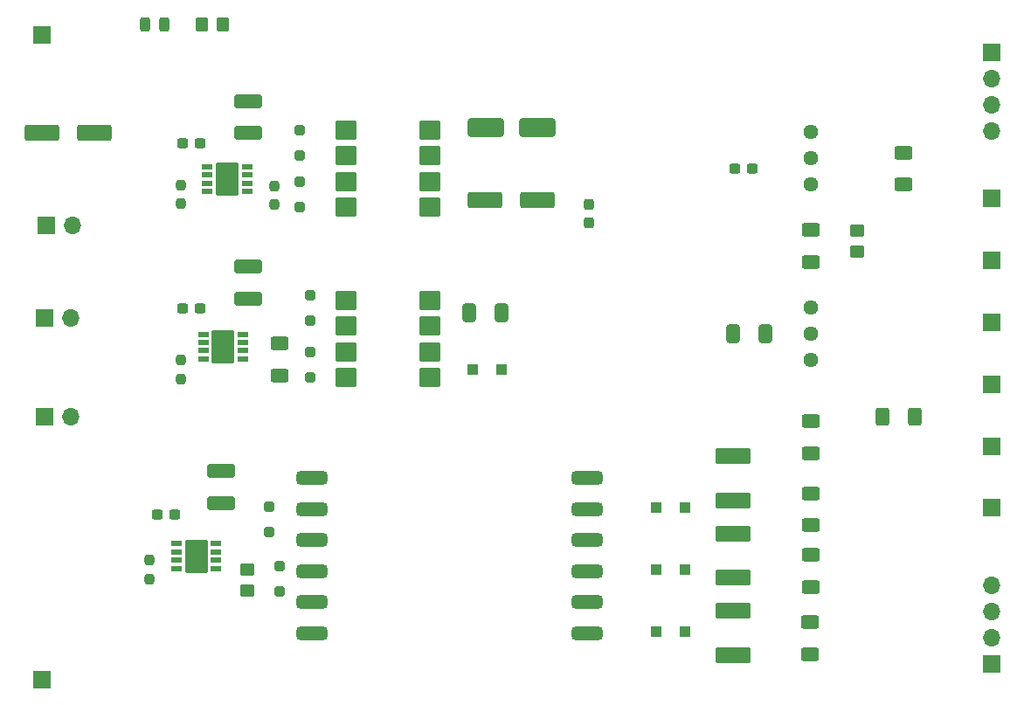
<source format=gbr>
%TF.GenerationSoftware,KiCad,Pcbnew,8.0.8*%
%TF.CreationDate,2025-02-22T00:18:49-08:00*%
%TF.ProjectId,CRT_main_supply,4352545f-6d61-4696-9e5f-737570706c79,rev?*%
%TF.SameCoordinates,Original*%
%TF.FileFunction,Soldermask,Top*%
%TF.FilePolarity,Negative*%
%FSLAX46Y46*%
G04 Gerber Fmt 4.6, Leading zero omitted, Abs format (unit mm)*
G04 Created by KiCad (PCBNEW 8.0.8) date 2025-02-22 00:18:49*
%MOMM*%
%LPD*%
G01*
G04 APERTURE LIST*
G04 Aperture macros list*
%AMRoundRect*
0 Rectangle with rounded corners*
0 $1 Rounding radius*
0 $2 $3 $4 $5 $6 $7 $8 $9 X,Y pos of 4 corners*
0 Add a 4 corners polygon primitive as box body*
4,1,4,$2,$3,$4,$5,$6,$7,$8,$9,$2,$3,0*
0 Add four circle primitives for the rounded corners*
1,1,$1+$1,$2,$3*
1,1,$1+$1,$4,$5*
1,1,$1+$1,$6,$7*
1,1,$1+$1,$8,$9*
0 Add four rect primitives between the rounded corners*
20,1,$1+$1,$2,$3,$4,$5,0*
20,1,$1+$1,$4,$5,$6,$7,0*
20,1,$1+$1,$6,$7,$8,$9,0*
20,1,$1+$1,$8,$9,$2,$3,0*%
G04 Aperture macros list end*
%ADD10RoundRect,0.250000X0.300000X0.300000X-0.300000X0.300000X-0.300000X-0.300000X0.300000X-0.300000X0*%
%ADD11R,1.700000X1.700000*%
%ADD12RoundRect,0.250000X0.625000X-0.400000X0.625000X0.400000X-0.625000X0.400000X-0.625000X-0.400000X0*%
%ADD13RoundRect,0.250000X0.250000X-0.250000X0.250000X0.250000X-0.250000X0.250000X-0.250000X-0.250000X0*%
%ADD14RoundRect,0.250000X-0.250000X0.250000X-0.250000X-0.250000X0.250000X-0.250000X0.250000X0.250000X0*%
%ADD15RoundRect,0.250000X1.412500X0.550000X-1.412500X0.550000X-1.412500X-0.550000X1.412500X-0.550000X0*%
%ADD16RoundRect,0.250000X1.100000X-0.412500X1.100000X0.412500X-1.100000X0.412500X-1.100000X-0.412500X0*%
%ADD17RoundRect,0.250000X-0.625000X0.400000X-0.625000X-0.400000X0.625000X-0.400000X0.625000X0.400000X0*%
%ADD18RoundRect,0.102000X-0.950000X-0.800000X0.950000X-0.800000X0.950000X0.800000X-0.950000X0.800000X0*%
%ADD19RoundRect,0.250000X-0.350000X-0.450000X0.350000X-0.450000X0.350000X0.450000X-0.350000X0.450000X0*%
%ADD20RoundRect,0.250000X1.500000X0.650000X-1.500000X0.650000X-1.500000X-0.650000X1.500000X-0.650000X0*%
%ADD21RoundRect,0.237500X-0.237500X0.250000X-0.237500X-0.250000X0.237500X-0.250000X0.237500X0.250000X0*%
%ADD22RoundRect,0.237500X0.300000X0.237500X-0.300000X0.237500X-0.300000X-0.237500X0.300000X-0.237500X0*%
%ADD23RoundRect,0.250000X1.450000X-0.537500X1.450000X0.537500X-1.450000X0.537500X-1.450000X-0.537500X0*%
%ADD24RoundRect,0.250000X-0.412500X-0.650000X0.412500X-0.650000X0.412500X0.650000X-0.412500X0.650000X0*%
%ADD25RoundRect,0.237500X-0.237500X0.300000X-0.237500X-0.300000X0.237500X-0.300000X0.237500X0.300000X0*%
%ADD26C,1.440000*%
%ADD27O,1.700000X1.700000*%
%ADD28RoundRect,0.250000X0.412500X0.650000X-0.412500X0.650000X-0.412500X-0.650000X0.412500X-0.650000X0*%
%ADD29RoundRect,0.250000X-0.400000X-0.625000X0.400000X-0.625000X0.400000X0.625000X-0.400000X0.625000X0*%
%ADD30RoundRect,0.325000X-1.175000X0.325000X-1.175000X-0.325000X1.175000X-0.325000X1.175000X0.325000X0*%
%ADD31RoundRect,0.250000X-1.412500X-0.550000X1.412500X-0.550000X1.412500X0.550000X-1.412500X0.550000X0*%
%ADD32RoundRect,0.250000X-0.450000X0.350000X-0.450000X-0.350000X0.450000X-0.350000X0.450000X0.350000X0*%
%ADD33RoundRect,0.065500X0.466500X0.196500X-0.466500X0.196500X-0.466500X-0.196500X0.466500X-0.196500X0*%
%ADD34RoundRect,0.102000X0.990000X1.500000X-0.990000X1.500000X-0.990000X-1.500000X0.990000X-1.500000X0*%
%ADD35RoundRect,0.237500X0.237500X-0.250000X0.237500X0.250000X-0.237500X0.250000X-0.237500X-0.250000X0*%
%ADD36RoundRect,0.243750X0.243750X0.456250X-0.243750X0.456250X-0.243750X-0.456250X0.243750X-0.456250X0*%
%ADD37RoundRect,0.250000X-0.300000X-0.300000X0.300000X-0.300000X0.300000X0.300000X-0.300000X0.300000X0*%
%ADD38RoundRect,0.250000X0.450000X-0.350000X0.450000X0.350000X-0.450000X0.350000X-0.450000X-0.350000X0*%
G04 APERTURE END LIST*
D10*
%TO.C,D3*%
X152787500Y-100855000D03*
X149987500Y-100855000D03*
%TD*%
D11*
%TO.C,J4*%
X182500000Y-94880000D03*
%TD*%
D12*
%TO.C,R8*%
X113500000Y-88050000D03*
X113500000Y-84950000D03*
%TD*%
D10*
%TO.C,D2*%
X152787500Y-106855000D03*
X149987500Y-106855000D03*
%TD*%
D13*
%TO.C,D9*%
X112500000Y-103250000D03*
X112500000Y-100750000D03*
%TD*%
D11*
%TO.C,J7*%
X182500000Y-70880000D03*
%TD*%
D14*
%TO.C,D6*%
X115500000Y-69250000D03*
X115500000Y-71750000D03*
%TD*%
D15*
%TO.C,C4*%
X138537500Y-71000000D03*
X133462500Y-71000000D03*
%TD*%
D16*
%TO.C,C10*%
X110500000Y-80600000D03*
X110500000Y-77475000D03*
%TD*%
D12*
%TO.C,R18*%
X165000000Y-102555000D03*
X165000000Y-99455000D03*
%TD*%
D17*
%TO.C,R16*%
X164950000Y-111955000D03*
X164950000Y-115055000D03*
%TD*%
D11*
%TO.C,J8*%
X182500000Y-100880000D03*
%TD*%
D18*
%TO.C,T2*%
X119950000Y-64265000D03*
X119950000Y-66755000D03*
X119950000Y-69245000D03*
X119950000Y-71735000D03*
X128050000Y-71735000D03*
X128050000Y-69245000D03*
X128050000Y-66755000D03*
X128050000Y-64265000D03*
%TD*%
D19*
%TO.C,R15*%
X106000000Y-54000000D03*
X108000000Y-54000000D03*
%TD*%
D20*
%TO.C,D4*%
X138500000Y-64000000D03*
X133500000Y-64000000D03*
%TD*%
D21*
%TO.C,R11*%
X104000000Y-86537500D03*
X104000000Y-88362500D03*
%TD*%
D22*
%TO.C,C6*%
X159362500Y-68000000D03*
X157637500Y-68000000D03*
%TD*%
D23*
%TO.C,C3*%
X157500000Y-100142500D03*
X157500000Y-95867500D03*
%TD*%
%TO.C,C2*%
X157500000Y-107642500D03*
X157500000Y-103367500D03*
%TD*%
D11*
%TO.C,J1*%
X90500000Y-55000000D03*
%TD*%
D24*
%TO.C,C5*%
X131875000Y-82000000D03*
X135000000Y-82000000D03*
%TD*%
D16*
%TO.C,C8*%
X107887500Y-100417500D03*
X107887500Y-97292500D03*
%TD*%
D17*
%TO.C,R17*%
X165000000Y-105455000D03*
X165000000Y-108555000D03*
%TD*%
D25*
%TO.C,C20*%
X143500000Y-71500000D03*
X143500000Y-73225000D03*
%TD*%
D22*
%TO.C,C15*%
X103362500Y-101500000D03*
X101637500Y-101500000D03*
%TD*%
D11*
%TO.C,J5*%
X182500000Y-88880000D03*
%TD*%
D26*
%TO.C,RV2*%
X165000000Y-69555000D03*
X165000000Y-67015000D03*
X165000000Y-64475000D03*
%TD*%
D23*
%TO.C,C1*%
X157500000Y-115142500D03*
X157500000Y-110867500D03*
%TD*%
D11*
%TO.C,J10*%
X90960000Y-73500000D03*
D27*
X93500000Y-73500000D03*
%TD*%
D14*
%TO.C,D12*%
X116500000Y-85750000D03*
X116500000Y-88250000D03*
%TD*%
D11*
%TO.C,J12*%
X182500000Y-56760000D03*
D27*
X182500000Y-59300000D03*
X182500000Y-61840000D03*
X182500000Y-64380000D03*
%TD*%
D22*
%TO.C,C14*%
X105862500Y-81500000D03*
X104137500Y-81500000D03*
%TD*%
D28*
%TO.C,C7*%
X160562500Y-84000000D03*
X157437500Y-84000000D03*
%TD*%
D11*
%TO.C,J9*%
X90725000Y-92000000D03*
D27*
X93265000Y-92000000D03*
%TD*%
D29*
%TO.C,R5*%
X171950000Y-92000000D03*
X175050000Y-92000000D03*
%TD*%
D12*
%TO.C,R2*%
X165000000Y-95555000D03*
X165000000Y-92455000D03*
%TD*%
D21*
%TO.C,R9*%
X104000000Y-69587500D03*
X104000000Y-71412500D03*
%TD*%
D12*
%TO.C,R3*%
X165000000Y-77055000D03*
X165000000Y-73955000D03*
%TD*%
D16*
%TO.C,C9*%
X110500000Y-64562500D03*
X110500000Y-61437500D03*
%TD*%
D30*
%TO.C,T1*%
X116700000Y-98005000D03*
X116700000Y-101005000D03*
X116700000Y-104005000D03*
X116700000Y-107005000D03*
X116700000Y-110005000D03*
X116700000Y-113005000D03*
X143300000Y-113005000D03*
X143300000Y-110005000D03*
X143300000Y-107005000D03*
X143300000Y-104005000D03*
X143300000Y-101005000D03*
X143300000Y-98005000D03*
%TD*%
D31*
%TO.C,C17*%
X90462500Y-64500000D03*
X95537500Y-64500000D03*
%TD*%
D32*
%TO.C,R6*%
X169500000Y-74000000D03*
X169500000Y-76000000D03*
%TD*%
D17*
%TO.C,R4*%
X174000000Y-66450000D03*
X174000000Y-69550000D03*
%TD*%
D13*
%TO.C,D7*%
X115500000Y-66750000D03*
X115500000Y-64250000D03*
%TD*%
D33*
%TO.C,U1*%
X107387500Y-106755000D03*
X107387500Y-105955000D03*
X107387500Y-105155000D03*
X107387500Y-104355000D03*
X103517500Y-104355000D03*
X103517500Y-105155000D03*
X103517500Y-105955000D03*
X103517500Y-106755000D03*
D34*
X105452500Y-105555000D03*
%TD*%
D11*
%TO.C,J3*%
X182500000Y-76880000D03*
%TD*%
D35*
%TO.C,R7*%
X113000000Y-71487500D03*
X113000000Y-69662500D03*
%TD*%
D22*
%TO.C,C16*%
X105862500Y-65500000D03*
X104137500Y-65500000D03*
%TD*%
D33*
%TO.C,U3*%
X110000000Y-86437500D03*
X110000000Y-85637500D03*
X110000000Y-84837500D03*
X110000000Y-84037500D03*
X106130000Y-84037500D03*
X106130000Y-84837500D03*
X106130000Y-85637500D03*
X106130000Y-86437500D03*
D34*
X108065000Y-85237500D03*
%TD*%
D13*
%TO.C,D11*%
X116500000Y-82750000D03*
X116500000Y-80250000D03*
%TD*%
D11*
%TO.C,J6*%
X182500000Y-82880000D03*
%TD*%
D14*
%TO.C,D10*%
X113500000Y-106500000D03*
X113500000Y-109000000D03*
%TD*%
D36*
%TO.C,D8*%
X102375000Y-54000000D03*
X100500000Y-54000000D03*
%TD*%
D18*
%TO.C,T3*%
X119950000Y-80765000D03*
X119950000Y-83255000D03*
X119950000Y-85745000D03*
X119950000Y-88235000D03*
X128050000Y-88235000D03*
X128050000Y-85745000D03*
X128050000Y-83255000D03*
X128050000Y-80765000D03*
%TD*%
D37*
%TO.C,D5*%
X132200000Y-87500000D03*
X135000000Y-87500000D03*
%TD*%
D21*
%TO.C,R10*%
X100887500Y-105942500D03*
X100887500Y-107767500D03*
%TD*%
D11*
%TO.C,J13*%
X182500000Y-116000000D03*
D27*
X182500000Y-113460000D03*
X182500000Y-110920000D03*
X182500000Y-108380000D03*
%TD*%
D26*
%TO.C,RV1*%
X165000000Y-86545000D03*
X165000000Y-84005000D03*
X165000000Y-81465000D03*
%TD*%
D11*
%TO.C,J2*%
X90500000Y-117500000D03*
%TD*%
D33*
%TO.C,U2*%
X110370000Y-70200000D03*
X110370000Y-69400000D03*
X110370000Y-68600000D03*
X110370000Y-67800000D03*
X106500000Y-67800000D03*
X106500000Y-68600000D03*
X106500000Y-69400000D03*
X106500000Y-70200000D03*
D34*
X108435000Y-69000000D03*
%TD*%
D10*
%TO.C,D1*%
X152787500Y-112855000D03*
X149987500Y-112855000D03*
%TD*%
D38*
%TO.C,R1*%
X110387500Y-108855000D03*
X110387500Y-106855000D03*
%TD*%
D11*
%TO.C,J11*%
X90725000Y-82500000D03*
D27*
X93265000Y-82500000D03*
%TD*%
M02*

</source>
